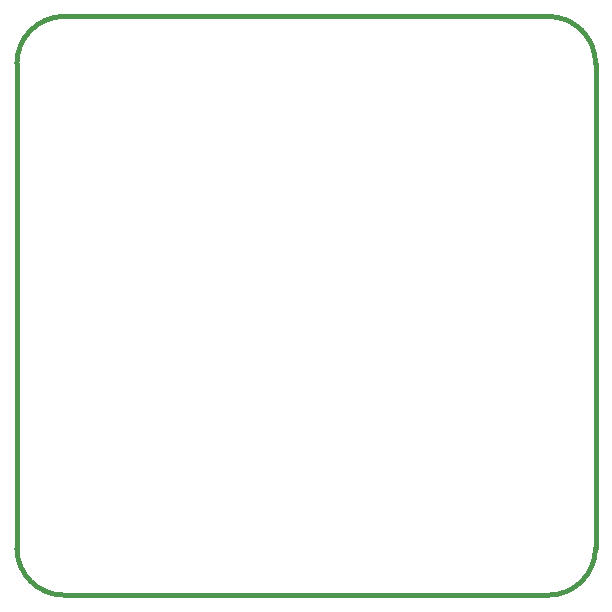
<source format=gko>
G04 (created by PCBNEW (2013-03-19 BZR 4004)-stable) date 5/7/2013 2:04:26 PM*
%MOIN*%
G04 Gerber Fmt 3.4, Leading zero omitted, Abs format*
%FSLAX34Y34*%
G01*
G70*
G90*
G04 APERTURE LIST*
%ADD10C,2.3622e-006*%
%ADD11C,0.015*%
G04 APERTURE END LIST*
G54D10*
G54D11*
X67291Y-48716D02*
X67291Y-32574D01*
X49574Y-50291D02*
X65716Y-50291D01*
X48000Y-32574D02*
X48000Y-48716D01*
X65716Y-31000D02*
X49574Y-31000D01*
X48000Y-48716D02*
G75*
G03X49574Y-50291I1574J0D01*
G74*
G01*
X65716Y-50291D02*
G75*
G03X67291Y-48716I0J1574D01*
G74*
G01*
X67291Y-32574D02*
G75*
G03X65716Y-31000I-1574J0D01*
G74*
G01*
X49574Y-31000D02*
G75*
G03X48000Y-32574I0J-1574D01*
G74*
G01*
M02*

</source>
